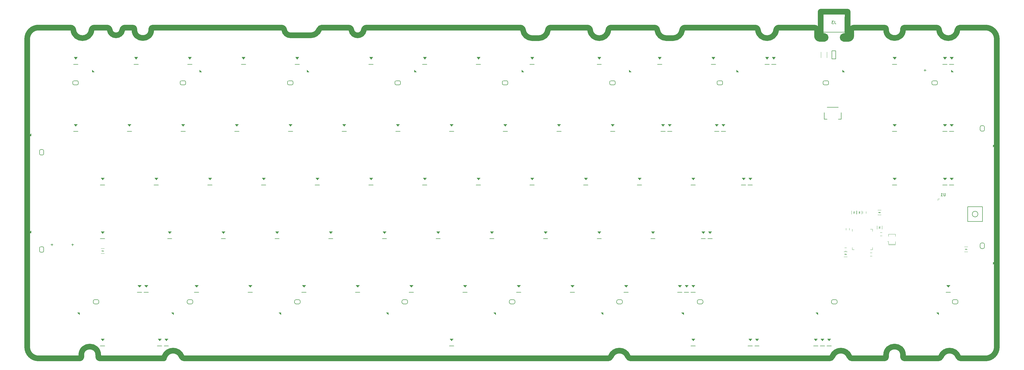
<source format=gbr>
%TF.GenerationSoftware,KiCad,Pcbnew,(5.1.10)-1*%
%TF.CreationDate,2022-05-13T21:41:30+07:00*%
%TF.ProjectId,solder,736f6c64-6572-42e6-9b69-6361645f7063,rev?*%
%TF.SameCoordinates,Original*%
%TF.FileFunction,Legend,Bot*%
%TF.FilePolarity,Positive*%
%FSLAX46Y46*%
G04 Gerber Fmt 4.6, Leading zero omitted, Abs format (unit mm)*
G04 Created by KiCad (PCBNEW (5.1.10)-1) date 2022-05-13 21:41:30*
%MOMM*%
%LPD*%
G01*
G04 APERTURE LIST*
%ADD10C,2.000000*%
%ADD11C,0.120000*%
%ADD12C,0.150000*%
%ADD13C,0.100000*%
G04 APERTURE END LIST*
D10*
X41825020Y-132799500D02*
X64646450Y-132799500D01*
X35325020Y-132299500D02*
X35325020Y-131600019D01*
X230203372Y-132799499D02*
X300823321Y-132799500D01*
X41825020Y-132799500D02*
G75*
G02*
X41325020Y-132299500I0J500000D01*
G01*
X35325020Y-131600019D02*
G75*
G02*
X41325020Y-131600019I3000000J0D01*
G01*
X16125950Y-19404499D02*
X16125951Y-128799500D01*
X64832215Y-132152123D02*
G75*
G02*
X63896450Y-132799500I-935765J352623D01*
G01*
X16125950Y-19404500D02*
G75*
G02*
X20214941Y-15316499I4000382J87640D01*
G01*
X64832214Y-132152124D02*
G75*
G02*
X70913673Y-132152122I3040730J-1145833D01*
G01*
X308776677Y-132799500D02*
X320350020Y-132799500D01*
X223185290Y-132147408D02*
G75*
G02*
X229267238Y-132151140I3040272J-1146282D01*
G01*
X308776677Y-132799502D02*
G75*
G02*
X307840987Y-132152325I1J1000002D01*
G01*
X41325020Y-131600019D02*
X41325020Y-132299500D01*
X230203372Y-132799501D02*
G75*
G02*
X229267238Y-132151140I2J1000001D01*
G01*
X301759012Y-132152325D02*
G75*
G02*
X307840988Y-132152324I3040988J-1146682D01*
G01*
X71849438Y-132799500D02*
X222249737Y-132794616D01*
X320850020Y-132299500D02*
G75*
G02*
X320350020Y-132799500I-500000J0D01*
G01*
X301759010Y-132152326D02*
G75*
G02*
X300823321Y-132799500I-935689J352826D01*
G01*
X71849438Y-132799500D02*
G75*
G02*
X70913673Y-132152122I1J1000000D01*
G01*
X35325020Y-132299501D02*
G75*
G02*
X34825019Y-132799500I-500000J1D01*
G01*
X20125951Y-132799499D02*
X34825019Y-132799500D01*
X20125951Y-132799500D02*
G75*
G02*
X16125951Y-128799500I-271J3999729D01*
G01*
X223185290Y-132147407D02*
G75*
G02*
X222249737Y-132794616I-935702J352791D01*
G01*
X326850019Y-15815499D02*
X326850020Y-16037520D01*
X340334010Y-132152326D02*
G75*
G02*
X339398321Y-132799500I-935689J352826D01*
G01*
X295338950Y-15315500D02*
X282828210Y-15315500D01*
X298919218Y-19312510D02*
X297338950Y-19312510D01*
X295338950Y-15315500D02*
G75*
G02*
X296338950Y-16315500I0J-1000000D01*
G01*
X298919218Y-18312510D02*
G75*
G02*
X298919218Y-19312510I0J-500000D01*
G01*
X356125950Y-15315501D02*
X347067511Y-15316697D01*
X346127478Y-16197766D02*
G75*
G02*
X347067511Y-15316697I993069J-117523D01*
G01*
X326850019Y-15815499D02*
G75*
G02*
X327349158Y-15315500I500000J0D01*
G01*
X307219209Y-9662517D02*
X297619218Y-9662517D01*
X307219209Y-17812510D02*
G75*
G02*
X306719209Y-18312510I-500000J0D01*
G01*
X308498949Y-18312510D02*
G75*
G02*
X307498949Y-19312510I-1000000J0D01*
G01*
X308498949Y-16315500D02*
G75*
G02*
X309498949Y-15315500I1000000J0D01*
G01*
X326850020Y-16037520D02*
G75*
G02*
X320850020Y-16037519I-3000000J1D01*
G01*
X360125951Y-128799500D02*
X360125950Y-19315499D01*
X305919209Y-18312510D02*
X306719209Y-18312510D01*
X347351677Y-132799500D02*
X356125950Y-132799500D01*
X327350020Y-132799500D02*
G75*
G02*
X326850020Y-132299500I0J500000D01*
G01*
X305919209Y-19312510D02*
G75*
G02*
X305919209Y-18312510I0J500000D01*
G01*
X308498949Y-16315500D02*
X308498949Y-18312510D01*
X338679477Y-15315501D02*
X327349158Y-15315500D01*
X356125949Y-15315501D02*
G75*
G02*
X360125950Y-19315499I248J-3999753D01*
G01*
X320850020Y-132299500D02*
X320850020Y-131600019D01*
X338679478Y-15315502D02*
G75*
G02*
X339672539Y-16197927I-1J-999998D01*
G01*
X340334013Y-132152325D02*
G75*
G02*
X346415987Y-132152325I3040987J-1146682D01*
G01*
X327350020Y-132799500D02*
X339398321Y-132799500D01*
X326850020Y-131600019D02*
X326850020Y-132299500D01*
X248498905Y-16197924D02*
G75*
G02*
X249491969Y-15315500I993064J-117576D01*
G01*
X274387167Y-15315499D02*
X249491969Y-15315500D01*
X297338950Y-19312510D02*
G75*
G02*
X296338950Y-18312510I0J1000000D01*
G01*
X298119218Y-18312510D02*
G75*
G02*
X297619218Y-17812510I0J500000D01*
G01*
X320349157Y-15315499D02*
X309498949Y-15315500D01*
X297619218Y-9662517D02*
X297619218Y-17812510D01*
X346127480Y-16197767D02*
G75*
G02*
X339672539Y-16197927I-3227480J381956D01*
G01*
X298119218Y-18312510D02*
X298919218Y-18312510D01*
X281835146Y-16197925D02*
G75*
G02*
X275380231Y-16197923I-3227457J382124D01*
G01*
X274387166Y-15315500D02*
G75*
G02*
X275380231Y-16197923I1J-1000000D01*
G01*
X320850020Y-131600019D02*
G75*
G02*
X326850020Y-131600019I3000000J0D01*
G01*
X281835146Y-16197924D02*
G75*
G02*
X282828210Y-15315500I993064J-117576D01*
G01*
X296338950Y-18312510D02*
X296338950Y-16315500D01*
X307219209Y-17812510D02*
X307219209Y-9662517D01*
X360125952Y-128799499D02*
G75*
G02*
X356125950Y-132799500I-3999750J-251D01*
G01*
X320349157Y-15315500D02*
G75*
G02*
X320850019Y-15815498I862J-499999D01*
G01*
X307498949Y-19312510D02*
X305919209Y-19312510D01*
X347351677Y-132799502D02*
G75*
G02*
X346415987Y-132152325I1J1000002D01*
G01*
X320850020Y-16037519D02*
X320850019Y-15815498D01*
X49849376Y-16161746D02*
G75*
G02*
X50837485Y-15315500I988109J-153754D01*
G01*
X53650020Y-15315500D02*
G75*
G02*
X54150020Y-15815500I0J-500000D01*
G01*
X54150020Y-16037520D02*
X54150020Y-15815500D01*
X60150019Y-15815499D02*
X60150020Y-16037520D01*
X53650020Y-15315500D02*
X50837485Y-15315500D01*
X60150020Y-16037520D02*
G75*
G02*
X54150020Y-16037520I-3000000J0D01*
G01*
X119730523Y-15962614D02*
G75*
G02*
X120666189Y-15315500I935666J-352886D01*
G01*
X135570193Y-16164038D02*
G75*
G02*
X131132063Y-16164037I-2219065J340029D01*
G01*
X248498906Y-16197924D02*
G75*
G02*
X245271448Y-19065801I-3227458J382123D01*
G01*
X109537198Y-18065803D02*
G75*
G02*
X107313952Y-16161748I1J2250001D01*
G01*
X195261899Y-19065801D02*
G75*
G02*
X192034442Y-16197923I1J3250000D01*
G01*
X197646148Y-19065801D02*
X195261900Y-19065801D01*
X222303588Y-16197925D02*
G75*
G02*
X215848672Y-16197923I-3227458J379082D01*
G01*
X222303587Y-16197924D02*
G75*
G02*
X223296651Y-15315500I993064J-117576D01*
G01*
X242887199Y-19065801D02*
G75*
G02*
X239659742Y-16197923I1J3250000D01*
G01*
X106325845Y-15315501D02*
G75*
G02*
X107313952Y-16161748I-1J-999999D01*
G01*
X200873606Y-16197924D02*
G75*
G02*
X197646148Y-19065801I-3227458J382123D01*
G01*
X119730523Y-15962614D02*
G75*
G02*
X116689946Y-18065500I-3040577J1146752D01*
G01*
X238666677Y-15315500D02*
G75*
G02*
X239659742Y-16197923I1J-1000000D01*
G01*
X106325845Y-15315500D02*
X60650020Y-15315500D01*
X135570196Y-16164037D02*
G75*
G02*
X136558659Y-15315500I988463J-151463D01*
G01*
X200873605Y-16197924D02*
G75*
G02*
X201866669Y-15315500I993064J-117576D01*
G01*
X60150019Y-15815499D02*
G75*
G02*
X60650020Y-15315500I500000J-1D01*
G01*
X116689946Y-18065500D02*
X109537197Y-18065802D01*
X130143600Y-15315500D02*
X120666189Y-15315500D01*
X130143600Y-15315499D02*
G75*
G02*
X131132063Y-16164038I-1J-1000001D01*
G01*
X191041378Y-15315499D02*
X136558659Y-15315500D01*
X245271448Y-19065801D02*
X242887200Y-19065801D01*
X191041377Y-15315500D02*
G75*
G02*
X192034442Y-16197923I1J-1000000D01*
G01*
X214855608Y-15315501D02*
G75*
G02*
X215848672Y-16197923I1J-999999D01*
G01*
X238666678Y-15315499D02*
X223296651Y-15315500D01*
X214855609Y-15315500D02*
X201866669Y-15315500D01*
X31498637Y-15315584D02*
X20214941Y-15316500D01*
X49849379Y-16161747D02*
G75*
G02*
X45402881Y-16161748I-2223249J345946D01*
G01*
X44414775Y-15315501D02*
X39939750Y-15315500D01*
X44414775Y-15315502D02*
G75*
G02*
X45402881Y-16161748I-1J-999998D01*
G01*
X31498636Y-15315585D02*
G75*
G02*
X32491778Y-16197987I82J-999998D01*
G01*
X38946687Y-16197925D02*
G75*
G02*
X32491778Y-16197987I-3227458J382125D01*
G01*
X38946686Y-16197924D02*
G75*
G02*
X39939750Y-15315500I993064J-117576D01*
G01*
D11*
%TO.C,Y1*%
X321719004Y-88657849D02*
X321719004Y-89457849D01*
X324119004Y-88657849D02*
X322119004Y-88657849D01*
X324119004Y-89457849D02*
X324119004Y-88657849D01*
X324119004Y-92257849D02*
X324119004Y-91257849D01*
X322119004Y-92257849D02*
X324119004Y-92257849D01*
X321719004Y-91257849D02*
X321719004Y-92257849D01*
X321719004Y-91257849D02*
X321319004Y-91257849D01*
X324119004Y-92457849D02*
X322119004Y-92457849D01*
X322119004Y-88657849D02*
X321719004Y-88657849D01*
X322119004Y-92257849D02*
X321719004Y-92257849D01*
X322119004Y-92457849D02*
X321719004Y-92457849D01*
%TO.C,F1*%
X297742500Y-24012500D02*
X297742500Y-26012500D01*
X299882500Y-26012500D02*
X299882500Y-24012500D01*
D12*
%TO.C,U3*%
X301662500Y-23562500D02*
X301662500Y-26462500D01*
X301662500Y-23562500D02*
X302962500Y-23562500D01*
X302962500Y-23562500D02*
X302962500Y-26462500D01*
X302962500Y-26462500D02*
X301662500Y-26462500D01*
%TO.C,J3*%
X298462500Y-16962500D02*
X306162500Y-16962500D01*
X306162500Y-11512500D02*
X306162500Y-16962500D01*
X298462500Y-11512500D02*
X298462500Y-16962500D01*
D11*
%TO.C,U1*%
X339209349Y-76120690D02*
X339209349Y-76755690D01*
X339844349Y-76120690D02*
X339209349Y-76120690D01*
D12*
%TO.C,SW1*%
X349825296Y-84157881D02*
X355025296Y-84157881D01*
X355025296Y-84157881D02*
X355025296Y-78957881D01*
X355025296Y-78957881D02*
X349825296Y-78957881D01*
X349825296Y-78957881D02*
X349825296Y-84157881D01*
X353425296Y-81557881D02*
G75*
G03*
X353425296Y-81557881I-1000000J0D01*
G01*
D11*
%TO.C,R3*%
X43462536Y-93774767D02*
X42262536Y-93774767D01*
X42262536Y-95534767D02*
X43462536Y-95534767D01*
D13*
X43012536Y-94854767D02*
X43112536Y-94454767D01*
X42912536Y-94454767D02*
X43012536Y-94854767D01*
X42712536Y-94454767D02*
X42812536Y-94854767D01*
X42512536Y-94454767D02*
X42612536Y-94854767D01*
X42612536Y-94854767D02*
X42712536Y-94454767D01*
X43112536Y-94454767D02*
X43212536Y-94854767D01*
X42812536Y-94854767D02*
X42912536Y-94454767D01*
%TO.C,R2*%
X318542455Y-80762568D02*
X318442455Y-81162568D01*
X318242455Y-81162568D02*
X318142455Y-80762568D01*
X318742455Y-80762568D02*
X318642455Y-81162568D01*
X318842455Y-81162568D02*
X318742455Y-80762568D01*
X318642455Y-81162568D02*
X318542455Y-80762568D01*
X318442455Y-81162568D02*
X318342455Y-80762568D01*
X318342455Y-80762568D02*
X318242455Y-81162568D01*
D11*
X319092455Y-80082568D02*
X317892455Y-80082568D01*
X317892455Y-81842568D02*
X319092455Y-81842568D01*
D12*
%TO.C,RGB22*%
X73387656Y-113450096D02*
X74387656Y-113450096D01*
X74887656Y-112950096D02*
X74887656Y-112450096D01*
X74387656Y-111950096D02*
X73387656Y-111950096D01*
X72887656Y-112450096D02*
X72887656Y-112950096D01*
D13*
G36*
X67237656Y-116500096D02*
G01*
X68037656Y-116500096D01*
X68037656Y-117300096D01*
X67237656Y-116500096D01*
G37*
X67237656Y-116500096D02*
X68037656Y-116500096D01*
X68037656Y-117300096D01*
X67237656Y-116500096D01*
D12*
X74387656Y-113450096D02*
G75*
G03*
X74887656Y-112950096I0J500000D01*
G01*
X72887656Y-112950096D02*
G75*
G03*
X73387656Y-113450096I500000J0D01*
G01*
X73387656Y-111950096D02*
G75*
G03*
X72887656Y-112450096I0J-500000D01*
G01*
X74887656Y-112450096D02*
G75*
G03*
X74387656Y-111950096I-500000J0D01*
G01*
%TO.C,RGB21*%
X111487656Y-113450096D02*
X112487656Y-113450096D01*
X112987656Y-112950096D02*
X112987656Y-112450096D01*
X112487656Y-111950096D02*
X111487656Y-111950096D01*
X110987656Y-112450096D02*
X110987656Y-112950096D01*
D13*
G36*
X105337656Y-116500096D02*
G01*
X106137656Y-116500096D01*
X106137656Y-117300096D01*
X105337656Y-116500096D01*
G37*
X105337656Y-116500096D02*
X106137656Y-116500096D01*
X106137656Y-117300096D01*
X105337656Y-116500096D01*
D12*
X112487656Y-113450096D02*
G75*
G03*
X112987656Y-112950096I0J500000D01*
G01*
X110987656Y-112950096D02*
G75*
G03*
X111487656Y-113450096I500000J0D01*
G01*
X111487656Y-111950096D02*
G75*
G03*
X110987656Y-112450096I0J-500000D01*
G01*
X112987656Y-112450096D02*
G75*
G03*
X112487656Y-111950096I-500000J0D01*
G01*
%TO.C,RGB20*%
X149587656Y-113450096D02*
X150587656Y-113450096D01*
X151087656Y-112950096D02*
X151087656Y-112450096D01*
X150587656Y-111950096D02*
X149587656Y-111950096D01*
X149087656Y-112450096D02*
X149087656Y-112950096D01*
D13*
G36*
X143437656Y-116500096D02*
G01*
X144237656Y-116500096D01*
X144237656Y-117300096D01*
X143437656Y-116500096D01*
G37*
X143437656Y-116500096D02*
X144237656Y-116500096D01*
X144237656Y-117300096D01*
X143437656Y-116500096D01*
D12*
X150587656Y-113450096D02*
G75*
G03*
X151087656Y-112950096I0J500000D01*
G01*
X149087656Y-112950096D02*
G75*
G03*
X149587656Y-113450096I500000J0D01*
G01*
X149587656Y-111950096D02*
G75*
G03*
X149087656Y-112450096I0J-500000D01*
G01*
X151087656Y-112450096D02*
G75*
G03*
X150587656Y-111950096I-500000J0D01*
G01*
%TO.C,RGB19*%
X187687656Y-113450096D02*
X188687656Y-113450096D01*
X189187656Y-112950096D02*
X189187656Y-112450096D01*
X188687656Y-111950096D02*
X187687656Y-111950096D01*
X187187656Y-112450096D02*
X187187656Y-112950096D01*
D13*
G36*
X181537656Y-116500096D02*
G01*
X182337656Y-116500096D01*
X182337656Y-117300096D01*
X181537656Y-116500096D01*
G37*
X181537656Y-116500096D02*
X182337656Y-116500096D01*
X182337656Y-117300096D01*
X181537656Y-116500096D01*
D12*
X188687656Y-113450096D02*
G75*
G03*
X189187656Y-112950096I0J500000D01*
G01*
X187187656Y-112950096D02*
G75*
G03*
X187687656Y-113450096I500000J0D01*
G01*
X187687656Y-111950096D02*
G75*
G03*
X187187656Y-112450096I0J-500000D01*
G01*
X189187656Y-112450096D02*
G75*
G03*
X188687656Y-111950096I-500000J0D01*
G01*
%TO.C,RGB18*%
X225787688Y-113450096D02*
X226787688Y-113450096D01*
X227287688Y-112950096D02*
X227287688Y-112450096D01*
X226787688Y-111950096D02*
X225787688Y-111950096D01*
X225287688Y-112450096D02*
X225287688Y-112950096D01*
D13*
G36*
X219637688Y-116500096D02*
G01*
X220437688Y-116500096D01*
X220437688Y-117300096D01*
X219637688Y-116500096D01*
G37*
X219637688Y-116500096D02*
X220437688Y-116500096D01*
X220437688Y-117300096D01*
X219637688Y-116500096D01*
D12*
X226787688Y-113450096D02*
G75*
G03*
X227287688Y-112950096I0J500000D01*
G01*
X225287688Y-112950096D02*
G75*
G03*
X225787688Y-113450096I500000J0D01*
G01*
X225787688Y-111950096D02*
G75*
G03*
X225287688Y-112450096I0J-500000D01*
G01*
X227287688Y-112450096D02*
G75*
G03*
X226787688Y-111950096I-500000J0D01*
G01*
%TO.C,RGB17*%
X254362712Y-113450096D02*
X255362712Y-113450096D01*
X255862712Y-112950096D02*
X255862712Y-112450096D01*
X255362712Y-111950096D02*
X254362712Y-111950096D01*
X253862712Y-112450096D02*
X253862712Y-112950096D01*
D13*
G36*
X248212712Y-116500096D02*
G01*
X249012712Y-116500096D01*
X249012712Y-117300096D01*
X248212712Y-116500096D01*
G37*
X248212712Y-116500096D02*
X249012712Y-116500096D01*
X249012712Y-117300096D01*
X248212712Y-116500096D01*
D12*
X255362712Y-113450096D02*
G75*
G03*
X255862712Y-112950096I0J500000D01*
G01*
X253862712Y-112950096D02*
G75*
G03*
X254362712Y-113450096I500000J0D01*
G01*
X254362712Y-111950096D02*
G75*
G03*
X253862712Y-112450096I0J-500000D01*
G01*
X255862712Y-112450096D02*
G75*
G03*
X255362712Y-111950096I-500000J0D01*
G01*
%TO.C,RGB16*%
X301987752Y-113450096D02*
X302987752Y-113450096D01*
X303487752Y-112950096D02*
X303487752Y-112450096D01*
X302987752Y-111950096D02*
X301987752Y-111950096D01*
X301487752Y-112450096D02*
X301487752Y-112950096D01*
D13*
G36*
X295837752Y-116500096D02*
G01*
X296637752Y-116500096D01*
X296637752Y-117300096D01*
X295837752Y-116500096D01*
G37*
X295837752Y-116500096D02*
X296637752Y-116500096D01*
X296637752Y-117300096D01*
X295837752Y-116500096D01*
D12*
X302987752Y-113450096D02*
G75*
G03*
X303487752Y-112950096I0J500000D01*
G01*
X301487752Y-112950096D02*
G75*
G03*
X301987752Y-113450096I500000J0D01*
G01*
X301987752Y-111950096D02*
G75*
G03*
X301487752Y-112450096I0J-500000D01*
G01*
X303487752Y-112450096D02*
G75*
G03*
X302987752Y-111950096I-500000J0D01*
G01*
%TO.C,RGB15*%
X344850288Y-113450096D02*
X345850288Y-113450096D01*
X346350288Y-112950096D02*
X346350288Y-112450096D01*
X345850288Y-111950096D02*
X344850288Y-111950096D01*
X344350288Y-112450096D02*
X344350288Y-112950096D01*
D13*
G36*
X338700288Y-116500096D02*
G01*
X339500288Y-116500096D01*
X339500288Y-117300096D01*
X338700288Y-116500096D01*
G37*
X338700288Y-116500096D02*
X339500288Y-116500096D01*
X339500288Y-117300096D01*
X338700288Y-116500096D01*
D12*
X345850288Y-113450096D02*
G75*
G03*
X346350288Y-112950096I0J500000D01*
G01*
X344350288Y-112950096D02*
G75*
G03*
X344850288Y-113450096I500000J0D01*
G01*
X344850288Y-111950096D02*
G75*
G03*
X344350288Y-112450096I0J-500000D01*
G01*
X346350288Y-112450096D02*
G75*
G03*
X345850288Y-111950096I-500000J0D01*
G01*
%TO.C,RGB14*%
X355742487Y-93300080D02*
X355742487Y-92300080D01*
X355242487Y-91800080D02*
X354742487Y-91800080D01*
X354242487Y-92300080D02*
X354242487Y-93300080D01*
X354742487Y-93800080D02*
X355242487Y-93800080D01*
D13*
G36*
X358792487Y-99450080D02*
G01*
X358792487Y-98650080D01*
X359592487Y-98650080D01*
X358792487Y-99450080D01*
G37*
X358792487Y-99450080D02*
X358792487Y-98650080D01*
X359592487Y-98650080D01*
X358792487Y-99450080D01*
D12*
X355742487Y-92300080D02*
G75*
G03*
X355242487Y-91800080I-500000J0D01*
G01*
X355242487Y-93800080D02*
G75*
G03*
X355742487Y-93300080I0J500000D01*
G01*
X354242487Y-93300080D02*
G75*
G03*
X354742487Y-93800080I500000J0D01*
G01*
X354742487Y-91800080D02*
G75*
G03*
X354242487Y-92300080I0J-500000D01*
G01*
%TO.C,RGB13*%
X40050032Y-113450096D02*
X41050032Y-113450096D01*
X41550032Y-112950096D02*
X41550032Y-112450096D01*
X41050032Y-111950096D02*
X40050032Y-111950096D01*
X39550032Y-112450096D02*
X39550032Y-112950096D01*
D13*
G36*
X33900032Y-116500096D02*
G01*
X34700032Y-116500096D01*
X34700032Y-117300096D01*
X33900032Y-116500096D01*
G37*
X33900032Y-116500096D02*
X34700032Y-116500096D01*
X34700032Y-117300096D01*
X33900032Y-116500096D01*
D12*
X41050032Y-113450096D02*
G75*
G03*
X41550032Y-112950096I0J500000D01*
G01*
X39550032Y-112950096D02*
G75*
G03*
X40050032Y-113450096I500000J0D01*
G01*
X40050032Y-111950096D02*
G75*
G03*
X39550032Y-112450096I0J-500000D01*
G01*
X41550032Y-112450096D02*
G75*
G03*
X41050032Y-111950096I-500000J0D01*
G01*
%TO.C,RGB12*%
X20495329Y-93628202D02*
X20495329Y-94628202D01*
X20995329Y-95128202D02*
X21495329Y-95128202D01*
X21995329Y-94628202D02*
X21995329Y-93628202D01*
X21495329Y-93128202D02*
X20995329Y-93128202D01*
D13*
G36*
X17445329Y-87478202D02*
G01*
X17445329Y-88278202D01*
X16645329Y-88278202D01*
X17445329Y-87478202D01*
G37*
X17445329Y-87478202D02*
X17445329Y-88278202D01*
X16645329Y-88278202D01*
X17445329Y-87478202D01*
D12*
X20495329Y-94628202D02*
G75*
G03*
X20995329Y-95128202I500000J0D01*
G01*
X20995329Y-93128202D02*
G75*
G03*
X20495329Y-93628202I0J-500000D01*
G01*
X21995329Y-93628202D02*
G75*
G03*
X21495329Y-93128202I-500000J0D01*
G01*
X21495329Y-95128202D02*
G75*
G03*
X21995329Y-94628202I0J500000D01*
G01*
%TO.C,RGB11*%
X20495329Y-59100048D02*
X20495329Y-60100048D01*
X20995329Y-60600048D02*
X21495329Y-60600048D01*
X21995329Y-60100048D02*
X21995329Y-59100048D01*
X21495329Y-58600048D02*
X20995329Y-58600048D01*
D13*
G36*
X17445329Y-52950048D02*
G01*
X17445329Y-53750048D01*
X16645329Y-53750048D01*
X17445329Y-52950048D01*
G37*
X17445329Y-52950048D02*
X17445329Y-53750048D01*
X16645329Y-53750048D01*
X17445329Y-52950048D01*
D12*
X20495329Y-60100048D02*
G75*
G03*
X20995329Y-60600048I500000J0D01*
G01*
X20995329Y-58600048D02*
G75*
G03*
X20495329Y-59100048I0J-500000D01*
G01*
X21995329Y-59100048D02*
G75*
G03*
X21495329Y-58600048I-500000J0D01*
G01*
X21495329Y-60600048D02*
G75*
G03*
X21995329Y-60100048I0J500000D01*
G01*
%TO.C,RGB10*%
X33768780Y-34187528D02*
X32768780Y-34187528D01*
X32268780Y-34687528D02*
X32268780Y-35187528D01*
X32768780Y-35687528D02*
X33768780Y-35687528D01*
X34268780Y-35187528D02*
X34268780Y-34687528D01*
D13*
G36*
X39918780Y-31137528D02*
G01*
X39118780Y-31137528D01*
X39118780Y-30337528D01*
X39918780Y-31137528D01*
G37*
X39918780Y-31137528D02*
X39118780Y-31137528D01*
X39118780Y-30337528D01*
X39918780Y-31137528D01*
D12*
X32768780Y-34187528D02*
G75*
G03*
X32268780Y-34687528I0J-500000D01*
G01*
X34268780Y-34687528D02*
G75*
G03*
X33768780Y-34187528I-500000J0D01*
G01*
X33768780Y-35687528D02*
G75*
G03*
X34268780Y-35187528I0J500000D01*
G01*
X32268780Y-35187528D02*
G75*
G03*
X32768780Y-35687528I500000J0D01*
G01*
%TO.C,RGB9*%
X71868780Y-34187528D02*
X70868780Y-34187528D01*
X70368780Y-34687528D02*
X70368780Y-35187528D01*
X70868780Y-35687528D02*
X71868780Y-35687528D01*
X72368780Y-35187528D02*
X72368780Y-34687528D01*
D13*
G36*
X78018780Y-31137528D02*
G01*
X77218780Y-31137528D01*
X77218780Y-30337528D01*
X78018780Y-31137528D01*
G37*
X78018780Y-31137528D02*
X77218780Y-31137528D01*
X77218780Y-30337528D01*
X78018780Y-31137528D01*
D12*
X70868780Y-34187528D02*
G75*
G03*
X70368780Y-34687528I0J-500000D01*
G01*
X72368780Y-34687528D02*
G75*
G03*
X71868780Y-34187528I-500000J0D01*
G01*
X71868780Y-35687528D02*
G75*
G03*
X72368780Y-35187528I0J500000D01*
G01*
X70368780Y-35187528D02*
G75*
G03*
X70868780Y-35687528I500000J0D01*
G01*
%TO.C,RGB8*%
X109968780Y-34187528D02*
X108968780Y-34187528D01*
X108468780Y-34687528D02*
X108468780Y-35187528D01*
X108968780Y-35687528D02*
X109968780Y-35687528D01*
X110468780Y-35187528D02*
X110468780Y-34687528D01*
D13*
G36*
X116118780Y-31137528D02*
G01*
X115318780Y-31137528D01*
X115318780Y-30337528D01*
X116118780Y-31137528D01*
G37*
X116118780Y-31137528D02*
X115318780Y-31137528D01*
X115318780Y-30337528D01*
X116118780Y-31137528D01*
D12*
X108968780Y-34187528D02*
G75*
G03*
X108468780Y-34687528I0J-500000D01*
G01*
X110468780Y-34687528D02*
G75*
G03*
X109968780Y-34187528I-500000J0D01*
G01*
X109968780Y-35687528D02*
G75*
G03*
X110468780Y-35187528I0J500000D01*
G01*
X108468780Y-35187528D02*
G75*
G03*
X108968780Y-35687528I500000J0D01*
G01*
%TO.C,RGB7*%
X148068780Y-34187528D02*
X147068780Y-34187528D01*
X146568780Y-34687528D02*
X146568780Y-35187528D01*
X147068780Y-35687528D02*
X148068780Y-35687528D01*
X148568780Y-35187528D02*
X148568780Y-34687528D01*
D13*
G36*
X154218780Y-31137528D02*
G01*
X153418780Y-31137528D01*
X153418780Y-30337528D01*
X154218780Y-31137528D01*
G37*
X154218780Y-31137528D02*
X153418780Y-31137528D01*
X153418780Y-30337528D01*
X154218780Y-31137528D01*
D12*
X147068780Y-34187528D02*
G75*
G03*
X146568780Y-34687528I0J-500000D01*
G01*
X148568780Y-34687528D02*
G75*
G03*
X148068780Y-34187528I-500000J0D01*
G01*
X148068780Y-35687528D02*
G75*
G03*
X148568780Y-35187528I0J500000D01*
G01*
X146568780Y-35187528D02*
G75*
G03*
X147068780Y-35687528I500000J0D01*
G01*
%TO.C,RGB6*%
X186168780Y-34187528D02*
X185168780Y-34187528D01*
X184668780Y-34687528D02*
X184668780Y-35187528D01*
X185168780Y-35687528D02*
X186168780Y-35687528D01*
X186668780Y-35187528D02*
X186668780Y-34687528D01*
D13*
G36*
X192318780Y-31137528D02*
G01*
X191518780Y-31137528D01*
X191518780Y-30337528D01*
X192318780Y-31137528D01*
G37*
X192318780Y-31137528D02*
X191518780Y-31137528D01*
X191518780Y-30337528D01*
X192318780Y-31137528D01*
D12*
X185168780Y-34187528D02*
G75*
G03*
X184668780Y-34687528I0J-500000D01*
G01*
X186668780Y-34687528D02*
G75*
G03*
X186168780Y-34187528I-500000J0D01*
G01*
X186168780Y-35687528D02*
G75*
G03*
X186668780Y-35187528I0J500000D01*
G01*
X184668780Y-35187528D02*
G75*
G03*
X185168780Y-35687528I500000J0D01*
G01*
%TO.C,RGB5*%
X224268780Y-34187528D02*
X223268780Y-34187528D01*
X222768780Y-34687528D02*
X222768780Y-35187528D01*
X223268780Y-35687528D02*
X224268780Y-35687528D01*
X224768780Y-35187528D02*
X224768780Y-34687528D01*
D13*
G36*
X230418780Y-31137528D02*
G01*
X229618780Y-31137528D01*
X229618780Y-30337528D01*
X230418780Y-31137528D01*
G37*
X230418780Y-31137528D02*
X229618780Y-31137528D01*
X229618780Y-30337528D01*
X230418780Y-31137528D01*
D12*
X223268780Y-34187528D02*
G75*
G03*
X222768780Y-34687528I0J-500000D01*
G01*
X224768780Y-34687528D02*
G75*
G03*
X224268780Y-34187528I-500000J0D01*
G01*
X224268780Y-35687528D02*
G75*
G03*
X224768780Y-35187528I0J500000D01*
G01*
X222768780Y-35187528D02*
G75*
G03*
X223268780Y-35687528I500000J0D01*
G01*
%TO.C,RGB4*%
X262368780Y-34187528D02*
X261368780Y-34187528D01*
X260868780Y-34687528D02*
X260868780Y-35187528D01*
X261368780Y-35687528D02*
X262368780Y-35687528D01*
X262868780Y-35187528D02*
X262868780Y-34687528D01*
D13*
G36*
X268518780Y-31137528D02*
G01*
X267718780Y-31137528D01*
X267718780Y-30337528D01*
X268518780Y-31137528D01*
G37*
X268518780Y-31137528D02*
X267718780Y-31137528D01*
X267718780Y-30337528D01*
X268518780Y-31137528D01*
D12*
X261368780Y-34187528D02*
G75*
G03*
X260868780Y-34687528I0J-500000D01*
G01*
X262868780Y-34687528D02*
G75*
G03*
X262368780Y-34187528I-500000J0D01*
G01*
X262368780Y-35687528D02*
G75*
G03*
X262868780Y-35187528I0J500000D01*
G01*
X260868780Y-35187528D02*
G75*
G03*
X261368780Y-35687528I500000J0D01*
G01*
%TO.C,RGB3*%
X299968780Y-34187528D02*
X298968780Y-34187528D01*
X298468780Y-34687528D02*
X298468780Y-35187528D01*
X298968780Y-35687528D02*
X299968780Y-35687528D01*
X300468780Y-35187528D02*
X300468780Y-34687528D01*
D13*
G36*
X306118780Y-31137528D02*
G01*
X305318780Y-31137528D01*
X305318780Y-30337528D01*
X306118780Y-31137528D01*
G37*
X306118780Y-31137528D02*
X305318780Y-31137528D01*
X305318780Y-30337528D01*
X306118780Y-31137528D01*
D12*
X298968780Y-34187528D02*
G75*
G03*
X298468780Y-34687528I0J-500000D01*
G01*
X300468780Y-34687528D02*
G75*
G03*
X299968780Y-34187528I-500000J0D01*
G01*
X299968780Y-35687528D02*
G75*
G03*
X300468780Y-35187528I0J500000D01*
G01*
X298468780Y-35187528D02*
G75*
G03*
X298968780Y-35687528I500000J0D01*
G01*
%TO.C,RGB2*%
X338568780Y-34187528D02*
X337568780Y-34187528D01*
X337068780Y-34687528D02*
X337068780Y-35187528D01*
X337568780Y-35687528D02*
X338568780Y-35687528D01*
X339068780Y-35187528D02*
X339068780Y-34687528D01*
D13*
G36*
X344718780Y-31137528D02*
G01*
X343918780Y-31137528D01*
X343918780Y-30337528D01*
X344718780Y-31137528D01*
G37*
X344718780Y-31137528D02*
X343918780Y-31137528D01*
X343918780Y-30337528D01*
X344718780Y-31137528D01*
D12*
X337568780Y-34187528D02*
G75*
G03*
X337068780Y-34687528I0J-500000D01*
G01*
X339068780Y-34687528D02*
G75*
G03*
X338568780Y-34187528I-500000J0D01*
G01*
X338568780Y-35687528D02*
G75*
G03*
X339068780Y-35187528I0J500000D01*
G01*
X337068780Y-35187528D02*
G75*
G03*
X337568780Y-35687528I500000J0D01*
G01*
D13*
%TO.C,RGB1*%
G36*
X358792487Y-57778170D02*
G01*
X358792487Y-56978170D01*
X359592487Y-56978170D01*
X358792487Y-57778170D01*
G37*
X358792487Y-57778170D02*
X358792487Y-56978170D01*
X359592487Y-56978170D01*
X358792487Y-57778170D01*
D12*
X354742487Y-52128170D02*
X355242487Y-52128170D01*
X354242487Y-50628170D02*
X354242487Y-51628170D01*
X355242487Y-50128170D02*
X354742487Y-50128170D01*
X355742487Y-51628170D02*
X355742487Y-50628170D01*
X354742487Y-50128170D02*
G75*
G03*
X354242487Y-50628170I0J-500000D01*
G01*
X354242487Y-51628170D02*
G75*
G03*
X354742487Y-52128170I500000J0D01*
G01*
X355242487Y-52128170D02*
G75*
G03*
X355742487Y-51628170I0J500000D01*
G01*
X355742487Y-50628170D02*
G75*
G03*
X355242487Y-50128170I-500000J0D01*
G01*
D11*
%TO.C,R1*%
X348608105Y-94939454D02*
X349808105Y-94939454D01*
X349808105Y-93179454D02*
X348608105Y-93179454D01*
D13*
X349058105Y-93859454D02*
X348958105Y-94259454D01*
X349158105Y-94259454D02*
X349058105Y-93859454D01*
X349358105Y-94259454D02*
X349258105Y-93859454D01*
X349558105Y-94259454D02*
X349458105Y-93859454D01*
X349458105Y-93859454D02*
X349358105Y-94259454D01*
X348958105Y-94259454D02*
X348858105Y-93859454D01*
X349258105Y-93859454D02*
X349158105Y-94259454D01*
D12*
%TO.C,D90*%
X297451813Y-128406356D02*
X299051813Y-128406356D01*
D13*
G36*
X298251813Y-126606356D02*
G01*
X298851813Y-125806356D01*
X297651813Y-125806356D01*
X298251813Y-126606356D01*
G37*
X298251813Y-126606356D02*
X298851813Y-125806356D01*
X297651813Y-125806356D01*
X298251813Y-126606356D01*
D12*
%TO.C,D89*%
X343290914Y-71256308D02*
X344890914Y-71256308D01*
D13*
G36*
X344090914Y-69456308D02*
G01*
X344690914Y-68656308D01*
X343490914Y-68656308D01*
X344090914Y-69456308D01*
G37*
X344090914Y-69456308D02*
X344690914Y-68656308D01*
X343490914Y-68656308D01*
X344090914Y-69456308D01*
D12*
%TO.C,D88*%
X343290914Y-52206292D02*
X344890914Y-52206292D01*
D13*
G36*
X344090914Y-50406292D02*
G01*
X344690914Y-49606292D01*
X343490914Y-49606292D01*
X344090914Y-50406292D01*
G37*
X344090914Y-50406292D02*
X344690914Y-49606292D01*
X343490914Y-49606292D01*
X344090914Y-50406292D01*
D12*
%TO.C,D87*%
X343290625Y-28393750D02*
X344890625Y-28393750D01*
D13*
G36*
X344090625Y-26593750D02*
G01*
X344690625Y-25793750D01*
X343490625Y-25793750D01*
X344090625Y-26593750D01*
G37*
X344090625Y-26593750D02*
X344690625Y-25793750D01*
X343490625Y-25793750D01*
X344090625Y-26593750D01*
D12*
%TO.C,D86*%
X299833065Y-128406356D02*
X301433065Y-128406356D01*
D13*
G36*
X300633065Y-126606356D02*
G01*
X301233065Y-125806356D01*
X300033065Y-125806356D01*
X300633065Y-126606356D01*
G37*
X300633065Y-126606356D02*
X301233065Y-125806356D01*
X300033065Y-125806356D01*
X300633065Y-126606356D01*
D12*
%TO.C,D85*%
X342100288Y-109356340D02*
X343700288Y-109356340D01*
D13*
G36*
X342900288Y-107556340D02*
G01*
X343500288Y-106756340D01*
X342300288Y-106756340D01*
X342900288Y-107556340D01*
G37*
X342900288Y-107556340D02*
X343500288Y-106756340D01*
X342300288Y-106756340D01*
X342900288Y-107556340D01*
D12*
%TO.C,D83*%
X340909662Y-52206292D02*
X342509662Y-52206292D01*
D13*
G36*
X341709662Y-50406292D02*
G01*
X342309662Y-49606292D01*
X341109662Y-49606292D01*
X341709662Y-50406292D01*
G37*
X341709662Y-50406292D02*
X342309662Y-49606292D01*
X341109662Y-49606292D01*
X341709662Y-50406292D01*
D12*
%TO.C,D82*%
X340909375Y-28393750D02*
X342509375Y-28393750D01*
D13*
G36*
X341709375Y-26593750D02*
G01*
X342309375Y-25793750D01*
X341109375Y-25793750D01*
X341709375Y-26593750D01*
G37*
X341709375Y-26593750D02*
X342309375Y-25793750D01*
X341109375Y-25793750D01*
X341709375Y-26593750D01*
D12*
%TO.C,D81*%
X295070561Y-128406356D02*
X296670561Y-128406356D01*
D13*
G36*
X295870561Y-126606356D02*
G01*
X296470561Y-125806356D01*
X295270561Y-125806356D01*
X295870561Y-126606356D01*
G37*
X295870561Y-126606356D02*
X296470561Y-125806356D01*
X295270561Y-125806356D01*
X295870561Y-126606356D01*
D12*
%TO.C,D80*%
X323050272Y-71256308D02*
X324650272Y-71256308D01*
D13*
G36*
X323850272Y-69456308D02*
G01*
X324450272Y-68656308D01*
X323250272Y-68656308D01*
X323850272Y-69456308D01*
G37*
X323850272Y-69456308D02*
X324450272Y-68656308D01*
X323250272Y-68656308D01*
X323850272Y-69456308D01*
D12*
%TO.C,D79*%
X323050272Y-52206292D02*
X324650272Y-52206292D01*
D13*
G36*
X323850272Y-50406292D02*
G01*
X324450272Y-49606292D01*
X323250272Y-49606292D01*
X323850272Y-50406292D01*
G37*
X323850272Y-50406292D02*
X324450272Y-49606292D01*
X323250272Y-49606292D01*
X323850272Y-50406292D01*
D12*
%TO.C,D78*%
X323050000Y-28393750D02*
X324650000Y-28393750D01*
D13*
G36*
X323850000Y-26593750D02*
G01*
X324450000Y-25793750D01*
X323250000Y-25793750D01*
X323850000Y-26593750D01*
G37*
X323850000Y-26593750D02*
X324450000Y-25793750D01*
X323250000Y-25793750D01*
X323850000Y-26593750D01*
D12*
%TO.C,D77*%
X274234606Y-128406356D02*
X275834606Y-128406356D01*
D13*
G36*
X275034606Y-126606356D02*
G01*
X275634606Y-125806356D01*
X274434606Y-125806356D01*
X275034606Y-126606356D01*
G37*
X275034606Y-126606356D02*
X275634606Y-125806356D01*
X274434606Y-125806356D01*
X275034606Y-126606356D01*
D12*
%TO.C,D84*%
X340909662Y-71256308D02*
X342509662Y-71256308D01*
D13*
G36*
X341709662Y-69456308D02*
G01*
X342309662Y-68656308D01*
X341109662Y-68656308D01*
X341709662Y-69456308D01*
G37*
X341709662Y-69456308D02*
X342309662Y-68656308D01*
X341109662Y-68656308D01*
X341709662Y-69456308D01*
D12*
%TO.C,D76*%
X262328346Y-52206292D02*
X263928346Y-52206292D01*
D13*
G36*
X263128346Y-50406292D02*
G01*
X263728346Y-49606292D01*
X262528346Y-49606292D01*
X263128346Y-50406292D01*
G37*
X263128346Y-50406292D02*
X263728346Y-49606292D01*
X262528346Y-49606292D01*
X263128346Y-50406292D01*
D12*
%TO.C,D75*%
X271853354Y-128406356D02*
X273453354Y-128406356D01*
D13*
G36*
X272653354Y-126606356D02*
G01*
X273253354Y-125806356D01*
X272053354Y-125806356D01*
X272653354Y-126606356D01*
G37*
X272653354Y-126606356D02*
X273253354Y-125806356D01*
X272053354Y-125806356D01*
X272653354Y-126606356D01*
D12*
%TO.C,D74*%
X251612712Y-109356340D02*
X253212712Y-109356340D01*
D13*
G36*
X252412712Y-107556340D02*
G01*
X253012712Y-106756340D01*
X251812712Y-106756340D01*
X252412712Y-107556340D01*
G37*
X252412712Y-107556340D02*
X253012712Y-106756340D01*
X251812712Y-106756340D01*
X252412712Y-107556340D01*
D12*
%TO.C,D73*%
X257565842Y-90306324D02*
X259165842Y-90306324D01*
D13*
G36*
X258365842Y-88506324D02*
G01*
X258965842Y-87706324D01*
X257765842Y-87706324D01*
X258365842Y-88506324D01*
G37*
X258365842Y-88506324D02*
X258965842Y-87706324D01*
X257765842Y-87706324D01*
X258365842Y-88506324D01*
D12*
%TO.C,D72*%
X271853354Y-71256308D02*
X273453354Y-71256308D01*
D13*
G36*
X272653354Y-69456308D02*
G01*
X273253354Y-68656308D01*
X272053354Y-68656308D01*
X272653354Y-69456308D01*
G37*
X272653354Y-69456308D02*
X273253354Y-68656308D01*
X272053354Y-68656308D01*
X272653354Y-69456308D01*
D12*
%TO.C,D71*%
X259947094Y-52206292D02*
X261547094Y-52206292D01*
D13*
G36*
X260747094Y-50406292D02*
G01*
X261347094Y-49606292D01*
X260147094Y-49606292D01*
X260747094Y-50406292D01*
G37*
X260747094Y-50406292D02*
X261347094Y-49606292D01*
X260147094Y-49606292D01*
X260747094Y-50406292D01*
D12*
%TO.C,D70*%
X280187500Y-28393750D02*
X281787500Y-28393750D01*
D13*
G36*
X280987500Y-26593750D02*
G01*
X281587500Y-25793750D01*
X280387500Y-25793750D01*
X280987500Y-26593750D01*
G37*
X280987500Y-26593750D02*
X281587500Y-25793750D01*
X280387500Y-25793750D01*
X280987500Y-26593750D01*
D12*
%TO.C,D69*%
X251612712Y-128406356D02*
X253212712Y-128406356D01*
D13*
G36*
X252412712Y-126606356D02*
G01*
X253012712Y-125806356D01*
X251812712Y-125806356D01*
X252412712Y-126606356D01*
G37*
X252412712Y-126606356D02*
X253012712Y-125806356D01*
X251812712Y-125806356D01*
X252412712Y-126606356D01*
D12*
%TO.C,D68*%
X249231460Y-109356340D02*
X250831460Y-109356340D01*
D13*
G36*
X250031460Y-107556340D02*
G01*
X250631460Y-106756340D01*
X249431460Y-106756340D01*
X250031460Y-107556340D01*
G37*
X250031460Y-107556340D02*
X250631460Y-106756340D01*
X249431460Y-106756340D01*
X250031460Y-107556340D01*
D12*
%TO.C,D67*%
X269472102Y-71256308D02*
X271072102Y-71256308D01*
D13*
G36*
X270272102Y-69456308D02*
G01*
X270872102Y-68656308D01*
X269672102Y-68656308D01*
X270272102Y-69456308D01*
G37*
X270272102Y-69456308D02*
X270872102Y-68656308D01*
X269672102Y-68656308D01*
X270272102Y-69456308D01*
D12*
%TO.C,D66*%
X243278330Y-52206292D02*
X244878330Y-52206292D01*
D13*
G36*
X244078330Y-50406292D02*
G01*
X244678330Y-49606292D01*
X243478330Y-49606292D01*
X244078330Y-50406292D01*
G37*
X244078330Y-50406292D02*
X244678330Y-49606292D01*
X243478330Y-49606292D01*
X244078330Y-50406292D01*
D12*
%TO.C,D65*%
X277806250Y-28393750D02*
X279406250Y-28393750D01*
D13*
G36*
X278606250Y-26593750D02*
G01*
X279206250Y-25793750D01*
X278006250Y-25793750D01*
X278606250Y-26593750D01*
G37*
X278606250Y-26593750D02*
X279206250Y-25793750D01*
X278006250Y-25793750D01*
X278606250Y-26593750D01*
D12*
%TO.C,D64*%
X246850208Y-109356340D02*
X248450208Y-109356340D01*
D13*
G36*
X247650208Y-107556340D02*
G01*
X248250208Y-106756340D01*
X247050208Y-106756340D01*
X247650208Y-107556340D01*
G37*
X247650208Y-107556340D02*
X248250208Y-106756340D01*
X247050208Y-106756340D01*
X247650208Y-107556340D01*
D12*
%TO.C,D63*%
X255184590Y-90306324D02*
X256784590Y-90306324D01*
D13*
G36*
X255984590Y-88506324D02*
G01*
X256584590Y-87706324D01*
X255384590Y-87706324D01*
X255984590Y-88506324D01*
G37*
X255984590Y-88506324D02*
X256584590Y-87706324D01*
X255384590Y-87706324D01*
X255984590Y-88506324D01*
D12*
%TO.C,D62*%
X251612712Y-71256308D02*
X253212712Y-71256308D01*
D13*
G36*
X252412712Y-69456308D02*
G01*
X253012712Y-68656308D01*
X251812712Y-68656308D01*
X252412712Y-69456308D01*
G37*
X252412712Y-69456308D02*
X253012712Y-68656308D01*
X251812712Y-68656308D01*
X252412712Y-69456308D01*
D12*
%TO.C,D61*%
X240897078Y-52206292D02*
X242497078Y-52206292D01*
D13*
G36*
X241697078Y-50406292D02*
G01*
X242297078Y-49606292D01*
X241097078Y-49606292D01*
X241697078Y-50406292D01*
G37*
X241697078Y-50406292D02*
X242297078Y-49606292D01*
X241097078Y-49606292D01*
X241697078Y-50406292D01*
D12*
%TO.C,D60*%
X258756250Y-28393750D02*
X260356250Y-28393750D01*
D13*
G36*
X259556250Y-26593750D02*
G01*
X260156250Y-25793750D01*
X258956250Y-25793750D01*
X259556250Y-26593750D01*
G37*
X259556250Y-26593750D02*
X260156250Y-25793750D01*
X258956250Y-25793750D01*
X259556250Y-26593750D01*
D12*
%TO.C,D59*%
X227800192Y-109356340D02*
X229400192Y-109356340D01*
D13*
G36*
X228600192Y-107556340D02*
G01*
X229200192Y-106756340D01*
X228000192Y-106756340D01*
X228600192Y-107556340D01*
G37*
X228600192Y-107556340D02*
X229200192Y-106756340D01*
X228000192Y-106756340D01*
X228600192Y-107556340D01*
D12*
%TO.C,D58*%
X237325200Y-90306324D02*
X238925200Y-90306324D01*
D13*
G36*
X238125200Y-88506324D02*
G01*
X238725200Y-87706324D01*
X237525200Y-87706324D01*
X238125200Y-88506324D01*
G37*
X238125200Y-88506324D02*
X238725200Y-87706324D01*
X237525200Y-87706324D01*
X238125200Y-88506324D01*
D12*
%TO.C,D57*%
X232562696Y-71256308D02*
X234162696Y-71256308D01*
D13*
G36*
X233362696Y-69456308D02*
G01*
X233962696Y-68656308D01*
X232762696Y-68656308D01*
X233362696Y-69456308D01*
G37*
X233362696Y-69456308D02*
X233962696Y-68656308D01*
X232762696Y-68656308D01*
X233362696Y-69456308D01*
D12*
%TO.C,D56*%
X223037688Y-52206292D02*
X224637688Y-52206292D01*
D13*
G36*
X223837688Y-50406292D02*
G01*
X224437688Y-49606292D01*
X223237688Y-49606292D01*
X223837688Y-50406292D01*
G37*
X223837688Y-50406292D02*
X224437688Y-49606292D01*
X223237688Y-49606292D01*
X223837688Y-50406292D01*
D12*
%TO.C,D55*%
X239706250Y-28393750D02*
X241306250Y-28393750D01*
D13*
G36*
X240506250Y-26593750D02*
G01*
X241106250Y-25793750D01*
X239906250Y-25793750D01*
X240506250Y-26593750D01*
G37*
X240506250Y-26593750D02*
X241106250Y-25793750D01*
X239906250Y-25793750D01*
X240506250Y-26593750D01*
D12*
%TO.C,D54*%
X208750176Y-109356340D02*
X210350176Y-109356340D01*
D13*
G36*
X209550176Y-107556340D02*
G01*
X210150176Y-106756340D01*
X208950176Y-106756340D01*
X209550176Y-107556340D01*
G37*
X209550176Y-107556340D02*
X210150176Y-106756340D01*
X208950176Y-106756340D01*
X209550176Y-107556340D01*
D12*
%TO.C,D53*%
X218275184Y-90306324D02*
X219875184Y-90306324D01*
D13*
G36*
X219075184Y-88506324D02*
G01*
X219675184Y-87706324D01*
X218475184Y-87706324D01*
X219075184Y-88506324D01*
G37*
X219075184Y-88506324D02*
X219675184Y-87706324D01*
X218475184Y-87706324D01*
X219075184Y-88506324D01*
D12*
%TO.C,D52*%
X213512680Y-71256308D02*
X215112680Y-71256308D01*
D13*
G36*
X214312680Y-69456308D02*
G01*
X214912680Y-68656308D01*
X213712680Y-68656308D01*
X214312680Y-69456308D01*
G37*
X214312680Y-69456308D02*
X214912680Y-68656308D01*
X213712680Y-68656308D01*
X214312680Y-69456308D01*
D12*
%TO.C,D51*%
X203987672Y-52206292D02*
X205587672Y-52206292D01*
D13*
G36*
X204787672Y-50406292D02*
G01*
X205387672Y-49606292D01*
X204187672Y-49606292D01*
X204787672Y-50406292D01*
G37*
X204787672Y-50406292D02*
X205387672Y-49606292D01*
X204187672Y-49606292D01*
X204787672Y-50406292D01*
D12*
%TO.C,D50*%
X218275000Y-28393750D02*
X219875000Y-28393750D01*
D13*
G36*
X219075000Y-26593750D02*
G01*
X219675000Y-25793750D01*
X218475000Y-25793750D01*
X219075000Y-26593750D01*
G37*
X219075000Y-26593750D02*
X219675000Y-25793750D01*
X218475000Y-25793750D01*
X219075000Y-26593750D01*
D12*
%TO.C,D49*%
X189700160Y-109356340D02*
X191300160Y-109356340D01*
D13*
G36*
X190500160Y-107556340D02*
G01*
X191100160Y-106756340D01*
X189900160Y-106756340D01*
X190500160Y-107556340D01*
G37*
X190500160Y-107556340D02*
X191100160Y-106756340D01*
X189900160Y-106756340D01*
X190500160Y-107556340D01*
D12*
%TO.C,D48*%
X199225168Y-90306324D02*
X200825168Y-90306324D01*
D13*
G36*
X200025168Y-88506324D02*
G01*
X200625168Y-87706324D01*
X199425168Y-87706324D01*
X200025168Y-88506324D01*
G37*
X200025168Y-88506324D02*
X200625168Y-87706324D01*
X199425168Y-87706324D01*
X200025168Y-88506324D01*
D12*
%TO.C,D47*%
X194462664Y-71256308D02*
X196062664Y-71256308D01*
D13*
G36*
X195262664Y-69456308D02*
G01*
X195862664Y-68656308D01*
X194662664Y-68656308D01*
X195262664Y-69456308D01*
G37*
X195262664Y-69456308D02*
X195862664Y-68656308D01*
X194662664Y-68656308D01*
X195262664Y-69456308D01*
D12*
%TO.C,D46*%
X184937656Y-52206292D02*
X186537656Y-52206292D01*
D13*
G36*
X185737656Y-50406292D02*
G01*
X186337656Y-49606292D01*
X185137656Y-49606292D01*
X185737656Y-50406292D01*
G37*
X185737656Y-50406292D02*
X186337656Y-49606292D01*
X185137656Y-49606292D01*
X185737656Y-50406292D01*
D12*
%TO.C,D45*%
X194462500Y-28393750D02*
X196062500Y-28393750D01*
D13*
G36*
X195262500Y-26593750D02*
G01*
X195862500Y-25793750D01*
X194662500Y-25793750D01*
X195262500Y-26593750D01*
G37*
X195262500Y-26593750D02*
X195862500Y-25793750D01*
X194662500Y-25793750D01*
X195262500Y-26593750D01*
D12*
%TO.C,D44*%
X165887640Y-128406356D02*
X167487640Y-128406356D01*
D13*
G36*
X166687640Y-126606356D02*
G01*
X167287640Y-125806356D01*
X166087640Y-125806356D01*
X166687640Y-126606356D01*
G37*
X166687640Y-126606356D02*
X167287640Y-125806356D01*
X166087640Y-125806356D01*
X166687640Y-126606356D01*
D12*
%TO.C,D43*%
X170650144Y-109356340D02*
X172250144Y-109356340D01*
D13*
G36*
X171450144Y-107556340D02*
G01*
X172050144Y-106756340D01*
X170850144Y-106756340D01*
X171450144Y-107556340D01*
G37*
X171450144Y-107556340D02*
X172050144Y-106756340D01*
X170850144Y-106756340D01*
X171450144Y-107556340D01*
D12*
%TO.C,D42*%
X180175152Y-90306324D02*
X181775152Y-90306324D01*
D13*
G36*
X180975152Y-88506324D02*
G01*
X181575152Y-87706324D01*
X180375152Y-87706324D01*
X180975152Y-88506324D01*
G37*
X180975152Y-88506324D02*
X181575152Y-87706324D01*
X180375152Y-87706324D01*
X180975152Y-88506324D01*
D12*
%TO.C,D41*%
X175412648Y-71256308D02*
X177012648Y-71256308D01*
D13*
G36*
X176212648Y-69456308D02*
G01*
X176812648Y-68656308D01*
X175612648Y-68656308D01*
X176212648Y-69456308D01*
G37*
X176212648Y-69456308D02*
X176812648Y-68656308D01*
X175612648Y-68656308D01*
X176212648Y-69456308D01*
D12*
%TO.C,D40*%
X165887640Y-52206292D02*
X167487640Y-52206292D01*
D13*
G36*
X166687640Y-50406292D02*
G01*
X167287640Y-49606292D01*
X166087640Y-49606292D01*
X166687640Y-50406292D01*
G37*
X166687640Y-50406292D02*
X167287640Y-49606292D01*
X166087640Y-49606292D01*
X166687640Y-50406292D01*
D12*
%TO.C,D39*%
X175412500Y-28393750D02*
X177012500Y-28393750D01*
D13*
G36*
X176212500Y-26593750D02*
G01*
X176812500Y-25793750D01*
X175612500Y-25793750D01*
X176212500Y-26593750D01*
G37*
X176212500Y-26593750D02*
X176812500Y-25793750D01*
X175612500Y-25793750D01*
X176212500Y-26593750D01*
D12*
%TO.C,D38*%
X151600128Y-109356340D02*
X153200128Y-109356340D01*
D13*
G36*
X152400128Y-107556340D02*
G01*
X153000128Y-106756340D01*
X151800128Y-106756340D01*
X152400128Y-107556340D01*
G37*
X152400128Y-107556340D02*
X153000128Y-106756340D01*
X151800128Y-106756340D01*
X152400128Y-107556340D01*
D12*
%TO.C,D37*%
X161125136Y-90306324D02*
X162725136Y-90306324D01*
D13*
G36*
X161925136Y-88506324D02*
G01*
X162525136Y-87706324D01*
X161325136Y-87706324D01*
X161925136Y-88506324D01*
G37*
X161925136Y-88506324D02*
X162525136Y-87706324D01*
X161325136Y-87706324D01*
X161925136Y-88506324D01*
D12*
%TO.C,D36*%
X156362632Y-71256308D02*
X157962632Y-71256308D01*
D13*
G36*
X157162632Y-69456308D02*
G01*
X157762632Y-68656308D01*
X156562632Y-68656308D01*
X157162632Y-69456308D01*
G37*
X157162632Y-69456308D02*
X157762632Y-68656308D01*
X156562632Y-68656308D01*
X157162632Y-69456308D01*
D12*
%TO.C,D35*%
X146837624Y-52206292D02*
X148437624Y-52206292D01*
D13*
G36*
X147637624Y-50406292D02*
G01*
X148237624Y-49606292D01*
X147037624Y-49606292D01*
X147637624Y-50406292D01*
G37*
X147637624Y-50406292D02*
X148237624Y-49606292D01*
X147037624Y-49606292D01*
X147637624Y-50406292D01*
D12*
%TO.C,D34*%
X156362500Y-28393750D02*
X157962500Y-28393750D01*
D13*
G36*
X157162500Y-26593750D02*
G01*
X157762500Y-25793750D01*
X156562500Y-25793750D01*
X157162500Y-26593750D01*
G37*
X157162500Y-26593750D02*
X157762500Y-25793750D01*
X156562500Y-25793750D01*
X157162500Y-26593750D01*
D12*
%TO.C,D33*%
X132550112Y-109356340D02*
X134150112Y-109356340D01*
D13*
G36*
X133350112Y-107556340D02*
G01*
X133950112Y-106756340D01*
X132750112Y-106756340D01*
X133350112Y-107556340D01*
G37*
X133350112Y-107556340D02*
X133950112Y-106756340D01*
X132750112Y-106756340D01*
X133350112Y-107556340D01*
D12*
%TO.C,D32*%
X142075120Y-90306324D02*
X143675120Y-90306324D01*
D13*
G36*
X142875120Y-88506324D02*
G01*
X143475120Y-87706324D01*
X142275120Y-87706324D01*
X142875120Y-88506324D01*
G37*
X142875120Y-88506324D02*
X143475120Y-87706324D01*
X142275120Y-87706324D01*
X142875120Y-88506324D01*
D12*
%TO.C,D31*%
X137312616Y-71256308D02*
X138912616Y-71256308D01*
D13*
G36*
X138112616Y-69456308D02*
G01*
X138712616Y-68656308D01*
X137512616Y-68656308D01*
X138112616Y-69456308D01*
G37*
X138112616Y-69456308D02*
X138712616Y-68656308D01*
X137512616Y-68656308D01*
X138112616Y-69456308D01*
D12*
%TO.C,D30*%
X127787608Y-52206292D02*
X129387608Y-52206292D01*
D13*
G36*
X128587608Y-50406292D02*
G01*
X129187608Y-49606292D01*
X127987608Y-49606292D01*
X128587608Y-50406292D01*
G37*
X128587608Y-50406292D02*
X129187608Y-49606292D01*
X127987608Y-49606292D01*
X128587608Y-50406292D01*
D12*
%TO.C,D29*%
X137312500Y-28393750D02*
X138912500Y-28393750D01*
D13*
G36*
X138112500Y-26593750D02*
G01*
X138712500Y-25793750D01*
X137512500Y-25793750D01*
X138112500Y-26593750D01*
G37*
X138112500Y-26593750D02*
X138712500Y-25793750D01*
X137512500Y-25793750D01*
X138112500Y-26593750D01*
D12*
%TO.C,D28*%
X113500096Y-109356340D02*
X115100096Y-109356340D01*
D13*
G36*
X114300096Y-107556340D02*
G01*
X114900096Y-106756340D01*
X113700096Y-106756340D01*
X114300096Y-107556340D01*
G37*
X114300096Y-107556340D02*
X114900096Y-106756340D01*
X113700096Y-106756340D01*
X114300096Y-107556340D01*
D12*
%TO.C,D27*%
X123025104Y-90306324D02*
X124625104Y-90306324D01*
D13*
G36*
X123825104Y-88506324D02*
G01*
X124425104Y-87706324D01*
X123225104Y-87706324D01*
X123825104Y-88506324D01*
G37*
X123825104Y-88506324D02*
X124425104Y-87706324D01*
X123225104Y-87706324D01*
X123825104Y-88506324D01*
D12*
%TO.C,D26*%
X118262600Y-71256308D02*
X119862600Y-71256308D01*
D13*
G36*
X119062600Y-69456308D02*
G01*
X119662600Y-68656308D01*
X118462600Y-68656308D01*
X119062600Y-69456308D01*
G37*
X119062600Y-69456308D02*
X119662600Y-68656308D01*
X118462600Y-68656308D01*
X119062600Y-69456308D01*
D12*
%TO.C,D25*%
X108737592Y-52206292D02*
X110337592Y-52206292D01*
D13*
G36*
X109537592Y-50406292D02*
G01*
X110137592Y-49606292D01*
X108937592Y-49606292D01*
X109537592Y-50406292D01*
G37*
X109537592Y-50406292D02*
X110137592Y-49606292D01*
X108937592Y-49606292D01*
X109537592Y-50406292D01*
D12*
%TO.C,D24*%
X111118750Y-28393750D02*
X112718750Y-28393750D01*
D13*
G36*
X111918750Y-26593750D02*
G01*
X112518750Y-25793750D01*
X111318750Y-25793750D01*
X111918750Y-26593750D01*
G37*
X111918750Y-26593750D02*
X112518750Y-25793750D01*
X111318750Y-25793750D01*
X111918750Y-26593750D01*
D12*
%TO.C,D23*%
X94450080Y-109356340D02*
X96050080Y-109356340D01*
D13*
G36*
X95250080Y-107556340D02*
G01*
X95850080Y-106756340D01*
X94650080Y-106756340D01*
X95250080Y-107556340D01*
G37*
X95250080Y-107556340D02*
X95850080Y-106756340D01*
X94650080Y-106756340D01*
X95250080Y-107556340D01*
D12*
%TO.C,D22*%
X103975088Y-90306324D02*
X105575088Y-90306324D01*
D13*
G36*
X104775088Y-88506324D02*
G01*
X105375088Y-87706324D01*
X104175088Y-87706324D01*
X104775088Y-88506324D01*
G37*
X104775088Y-88506324D02*
X105375088Y-87706324D01*
X104175088Y-87706324D01*
X104775088Y-88506324D01*
D12*
%TO.C,D21*%
X99212584Y-71256308D02*
X100812584Y-71256308D01*
D13*
G36*
X100012584Y-69456308D02*
G01*
X100612584Y-68656308D01*
X99412584Y-68656308D01*
X100012584Y-69456308D01*
G37*
X100012584Y-69456308D02*
X100612584Y-68656308D01*
X99412584Y-68656308D01*
X100012584Y-69456308D01*
D12*
%TO.C,D20*%
X89687576Y-52206292D02*
X91287576Y-52206292D01*
D13*
G36*
X90487576Y-50406292D02*
G01*
X91087576Y-49606292D01*
X89887576Y-49606292D01*
X90487576Y-50406292D01*
G37*
X90487576Y-50406292D02*
X91087576Y-49606292D01*
X89887576Y-49606292D01*
X90487576Y-50406292D01*
D12*
%TO.C,D19*%
X92068750Y-28393750D02*
X93668750Y-28393750D01*
D13*
G36*
X92868750Y-26593750D02*
G01*
X93468750Y-25793750D01*
X92268750Y-25793750D01*
X92868750Y-26593750D01*
G37*
X92868750Y-26593750D02*
X93468750Y-25793750D01*
X92268750Y-25793750D01*
X92868750Y-26593750D01*
D12*
%TO.C,D18*%
X64684430Y-128406356D02*
X66284430Y-128406356D01*
D13*
G36*
X65484430Y-126606356D02*
G01*
X66084430Y-125806356D01*
X64884430Y-125806356D01*
X65484430Y-126606356D01*
G37*
X65484430Y-126606356D02*
X66084430Y-125806356D01*
X64884430Y-125806356D01*
X65484430Y-126606356D01*
D12*
%TO.C,D17*%
X75400064Y-109356340D02*
X77000064Y-109356340D01*
D13*
G36*
X76200064Y-107556340D02*
G01*
X76800064Y-106756340D01*
X75600064Y-106756340D01*
X76200064Y-107556340D01*
G37*
X76200064Y-107556340D02*
X76800064Y-106756340D01*
X75600064Y-106756340D01*
X76200064Y-107556340D01*
D12*
%TO.C,D16*%
X84925072Y-90306324D02*
X86525072Y-90306324D01*
D13*
G36*
X85725072Y-88506324D02*
G01*
X86325072Y-87706324D01*
X85125072Y-87706324D01*
X85725072Y-88506324D01*
G37*
X85725072Y-88506324D02*
X86325072Y-87706324D01*
X85125072Y-87706324D01*
X85725072Y-88506324D01*
D12*
%TO.C,D15*%
X80162568Y-71256308D02*
X81762568Y-71256308D01*
D13*
G36*
X80962568Y-69456308D02*
G01*
X81562568Y-68656308D01*
X80362568Y-68656308D01*
X80962568Y-69456308D01*
G37*
X80962568Y-69456308D02*
X81562568Y-68656308D01*
X80362568Y-68656308D01*
X80962568Y-69456308D01*
D12*
%TO.C,D14*%
X70637560Y-52206292D02*
X72237560Y-52206292D01*
D13*
G36*
X71437560Y-50406292D02*
G01*
X72037560Y-49606292D01*
X70837560Y-49606292D01*
X71437560Y-50406292D01*
G37*
X71437560Y-50406292D02*
X72037560Y-49606292D01*
X70837560Y-49606292D01*
X71437560Y-50406292D01*
D12*
%TO.C,D13*%
X73018750Y-28393750D02*
X74618750Y-28393750D01*
D13*
G36*
X73818750Y-26593750D02*
G01*
X74418750Y-25793750D01*
X73218750Y-25793750D01*
X73818750Y-26593750D01*
G37*
X73818750Y-26593750D02*
X74418750Y-25793750D01*
X73218750Y-25793750D01*
X73818750Y-26593750D01*
D12*
%TO.C,D12*%
X62303178Y-128406356D02*
X63903178Y-128406356D01*
D13*
G36*
X63103178Y-126606356D02*
G01*
X63703178Y-125806356D01*
X62503178Y-125806356D01*
X63103178Y-126606356D01*
G37*
X63103178Y-126606356D02*
X63703178Y-125806356D01*
X62503178Y-125806356D01*
X63103178Y-126606356D01*
D12*
%TO.C,D11*%
X57540674Y-109356340D02*
X59140674Y-109356340D01*
D13*
G36*
X58340674Y-107556340D02*
G01*
X58940674Y-106756340D01*
X57740674Y-106756340D01*
X58340674Y-107556340D01*
G37*
X58340674Y-107556340D02*
X58940674Y-106756340D01*
X57740674Y-106756340D01*
X58340674Y-107556340D01*
D12*
%TO.C,D10*%
X65875056Y-90306324D02*
X67475056Y-90306324D01*
D13*
G36*
X66675056Y-88506324D02*
G01*
X67275056Y-87706324D01*
X66075056Y-87706324D01*
X66675056Y-88506324D01*
G37*
X66675056Y-88506324D02*
X67275056Y-87706324D01*
X66075056Y-87706324D01*
X66675056Y-88506324D01*
D12*
%TO.C,D9*%
X61112552Y-71256308D02*
X62712552Y-71256308D01*
D13*
G36*
X61912552Y-69456308D02*
G01*
X62512552Y-68656308D01*
X61312552Y-68656308D01*
X61912552Y-69456308D01*
G37*
X61912552Y-69456308D02*
X62512552Y-68656308D01*
X61312552Y-68656308D01*
X61912552Y-69456308D01*
D12*
%TO.C,D8*%
X51587544Y-52206292D02*
X53187544Y-52206292D01*
D13*
G36*
X52387544Y-50406292D02*
G01*
X52987544Y-49606292D01*
X51787544Y-49606292D01*
X52387544Y-50406292D01*
G37*
X52387544Y-50406292D02*
X52987544Y-49606292D01*
X51787544Y-49606292D01*
X52387544Y-50406292D01*
D12*
%TO.C,D7*%
X53968750Y-28393750D02*
X55568750Y-28393750D01*
D13*
G36*
X54768750Y-26593750D02*
G01*
X55368750Y-25793750D01*
X54168750Y-25793750D01*
X54768750Y-26593750D01*
G37*
X54768750Y-26593750D02*
X55368750Y-25793750D01*
X54168750Y-25793750D01*
X54768750Y-26593750D01*
D12*
%TO.C,D6*%
X42062536Y-128406356D02*
X43662536Y-128406356D01*
D13*
G36*
X42862536Y-126606356D02*
G01*
X43462536Y-125806356D01*
X42262536Y-125806356D01*
X42862536Y-126606356D01*
G37*
X42862536Y-126606356D02*
X43462536Y-125806356D01*
X42262536Y-125806356D01*
X42862536Y-126606356D01*
D12*
%TO.C,D5*%
X55159422Y-109356340D02*
X56759422Y-109356340D01*
D13*
G36*
X55959422Y-107556340D02*
G01*
X56559422Y-106756340D01*
X55359422Y-106756340D01*
X55959422Y-107556340D01*
G37*
X55959422Y-107556340D02*
X56559422Y-106756340D01*
X55359422Y-106756340D01*
X55959422Y-107556340D01*
D12*
%TO.C,D4*%
X42062536Y-90306324D02*
X43662536Y-90306324D01*
D13*
G36*
X42862536Y-88506324D02*
G01*
X43462536Y-87706324D01*
X42262536Y-87706324D01*
X42862536Y-88506324D01*
G37*
X42862536Y-88506324D02*
X43462536Y-87706324D01*
X42262536Y-87706324D01*
X42862536Y-88506324D01*
D12*
%TO.C,D3*%
X42062536Y-71256308D02*
X43662536Y-71256308D01*
D13*
G36*
X42862536Y-69456308D02*
G01*
X43462536Y-68656308D01*
X42262536Y-68656308D01*
X42862536Y-69456308D01*
G37*
X42862536Y-69456308D02*
X43462536Y-68656308D01*
X42262536Y-68656308D01*
X42862536Y-69456308D01*
D12*
%TO.C,D2*%
X32537528Y-52206292D02*
X34137528Y-52206292D01*
D13*
G36*
X33337528Y-50406292D02*
G01*
X33937528Y-49606292D01*
X32737528Y-49606292D01*
X33337528Y-50406292D01*
G37*
X33337528Y-50406292D02*
X33937528Y-49606292D01*
X32737528Y-49606292D01*
X33337528Y-50406292D01*
D12*
%TO.C,D1*%
X32537500Y-28393750D02*
X34137500Y-28393750D01*
D13*
G36*
X33337500Y-26593750D02*
G01*
X33937500Y-25793750D01*
X32737500Y-25793750D01*
X33337500Y-26593750D01*
G37*
X33337500Y-26593750D02*
X33937500Y-25793750D01*
X32737500Y-25793750D01*
X33337500Y-26593750D01*
D11*
%TO.C,U2*%
X308780264Y-87652263D02*
X308780264Y-86927263D01*
X316000264Y-94147263D02*
X315275264Y-94147263D01*
X316000264Y-93422263D02*
X316000264Y-94147263D01*
X316000264Y-86927263D02*
X315275264Y-86927263D01*
X316000264Y-87652263D02*
X316000264Y-86927263D01*
X308780264Y-94147263D02*
X309505264Y-94147263D01*
X308780264Y-93422263D02*
X308780264Y-94147263D01*
%TO.C,R7*%
X307031508Y-94965393D02*
X305831508Y-94965393D01*
X305831508Y-96725393D02*
X307031508Y-96725393D01*
D13*
X306581508Y-96045393D02*
X306681508Y-95645393D01*
X306481508Y-95645393D02*
X306581508Y-96045393D01*
X306281508Y-95645393D02*
X306381508Y-96045393D01*
X306081508Y-95645393D02*
X306181508Y-96045393D01*
X306181508Y-96045393D02*
X306281508Y-95645393D01*
X306681508Y-95645393D02*
X306781508Y-96045393D01*
X306381508Y-96045393D02*
X306481508Y-95645393D01*
D11*
%TO.C,R6*%
X317612455Y-85720385D02*
X317612455Y-86920385D01*
X319372455Y-86920385D02*
X319372455Y-85720385D01*
D13*
X318692455Y-86170385D02*
X318292455Y-86070385D01*
X318292455Y-86270385D02*
X318692455Y-86170385D01*
X318292455Y-86470385D02*
X318692455Y-86370385D01*
X318292455Y-86670385D02*
X318692455Y-86570385D01*
X318692455Y-86570385D02*
X318292455Y-86470385D01*
X318292455Y-86070385D02*
X318692455Y-85970385D01*
X318692455Y-86370385D02*
X318292455Y-86270385D01*
D11*
%TO.C,R5*%
X308582760Y-80362568D02*
X308582760Y-81562568D01*
X310342760Y-81562568D02*
X310342760Y-80362568D01*
D13*
X309662760Y-80812568D02*
X309262760Y-80712568D01*
X309262760Y-80912568D02*
X309662760Y-80812568D01*
X309262760Y-81112568D02*
X309662760Y-81012568D01*
X309262760Y-81312568D02*
X309662760Y-81212568D01*
X309662760Y-81212568D02*
X309262760Y-81112568D01*
X309262760Y-80712568D02*
X309662760Y-80612568D01*
X309662760Y-81012568D02*
X309262760Y-80912568D01*
D11*
%TO.C,R4*%
X310468699Y-80362568D02*
X310468699Y-81562568D01*
X312228699Y-81562568D02*
X312228699Y-80362568D01*
D13*
X311548699Y-80812568D02*
X311148699Y-80712568D01*
X311148699Y-80912568D02*
X311548699Y-80812568D01*
X311148699Y-81112568D02*
X311548699Y-81012568D01*
X311148699Y-81312568D02*
X311548699Y-81212568D01*
X311548699Y-81212568D02*
X311148699Y-81112568D01*
X311148699Y-80712568D02*
X311548699Y-80612568D01*
X311548699Y-81012568D02*
X311148699Y-80912568D01*
D12*
%TO.C,J1*%
X303919004Y-47857849D02*
X304919004Y-47857849D01*
X304919004Y-47857849D02*
X304919004Y-45457849D01*
X303919004Y-43657849D02*
X299919004Y-43657849D01*
X298919004Y-45457849D02*
X298919004Y-47857849D01*
X298919004Y-47857849D02*
X299919004Y-47857849D01*
D11*
%TO.C,C7*%
X306771508Y-93459454D02*
X306071508Y-93459454D01*
X306071508Y-94659454D02*
X306771508Y-94659454D01*
%TO.C,C6*%
X312534638Y-80612568D02*
X312534638Y-81312568D01*
X313734638Y-81312568D02*
X313734638Y-80612568D01*
%TO.C,C5*%
X315165890Y-96445393D02*
X315865890Y-96445393D01*
X315865890Y-95245393D02*
X315165890Y-95245393D01*
%TO.C,C4*%
X319437768Y-88101637D02*
X318737768Y-88101637D01*
X318737768Y-89301637D02*
X319437768Y-89301637D01*
%TO.C,C1*%
X306581508Y-86565698D02*
X306581508Y-87265698D01*
X307781508Y-87265698D02*
X307781508Y-86565698D01*
%TO.C,J3*%
D12*
X302645833Y-12996880D02*
X302645833Y-13711166D01*
X302693452Y-13854023D01*
X302788690Y-13949261D01*
X302931547Y-13996880D01*
X303026785Y-13996880D01*
X302264880Y-12996880D02*
X301645833Y-12996880D01*
X301979166Y-13377833D01*
X301836309Y-13377833D01*
X301741071Y-13425452D01*
X301693452Y-13473071D01*
X301645833Y-13568309D01*
X301645833Y-13806404D01*
X301693452Y-13901642D01*
X301741071Y-13949261D01*
X301836309Y-13996880D01*
X302122023Y-13996880D01*
X302217261Y-13949261D01*
X302264880Y-13901642D01*
%TO.C,U1*%
X341876253Y-74143070D02*
X341876253Y-74952594D01*
X341828634Y-75047832D01*
X341781015Y-75095451D01*
X341685777Y-75143070D01*
X341495301Y-75143070D01*
X341400063Y-75095451D01*
X341352444Y-75047832D01*
X341304825Y-74952594D01*
X341304825Y-74143070D01*
X340304825Y-75143070D02*
X340876253Y-75143070D01*
X340590539Y-75143070D02*
X340590539Y-74143070D01*
X340685777Y-74285928D01*
X340781015Y-74381166D01*
X340876253Y-74428785D01*
%TO.C,LED3*%
X31845297Y-92400428D02*
X32607202Y-92400428D01*
X32226250Y-92781380D02*
X32226250Y-92019476D01*
%TO.C,LED2*%
X24542819Y-92400500D02*
X25304724Y-92400500D01*
X24923772Y-92781452D02*
X24923772Y-92019548D01*
%TO.C,LED1*%
X334264047Y-30487928D02*
X335025952Y-30487928D01*
X334645000Y-30868880D02*
X334645000Y-30106976D01*
%TD*%
M02*

</source>
